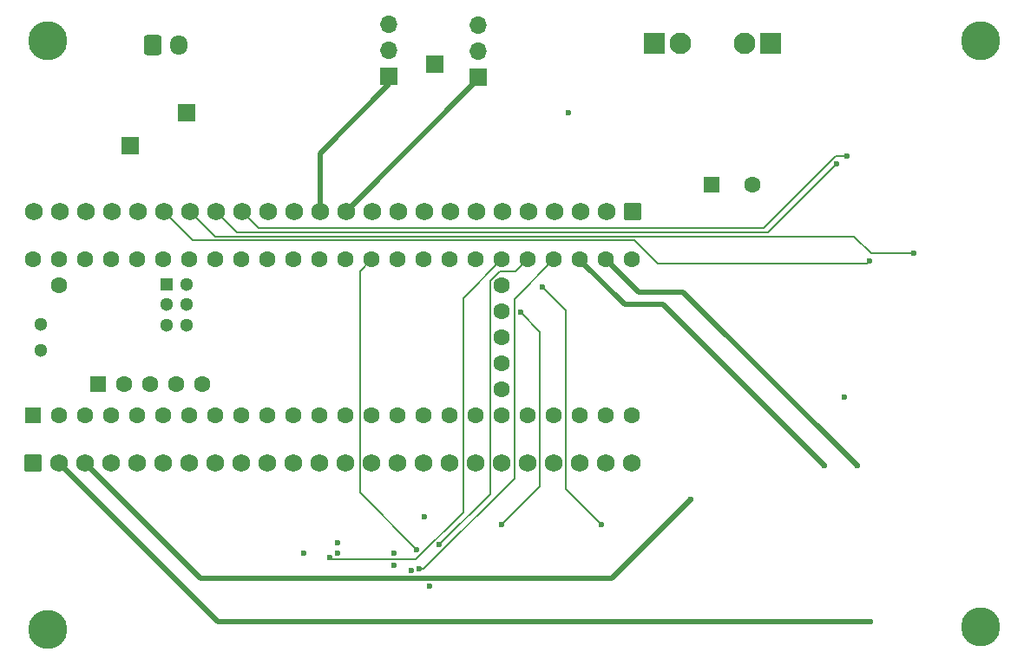
<source format=gbl>
G04 #@! TF.GenerationSoftware,KiCad,Pcbnew,8.0.5*
G04 #@! TF.CreationDate,2025-03-10T17:55:26-07:00*
G04 #@! TF.ProjectId,flightcomputerv1,666c6967-6874-4636-9f6d-707574657276,rev?*
G04 #@! TF.SameCoordinates,Original*
G04 #@! TF.FileFunction,Copper,L4,Bot*
G04 #@! TF.FilePolarity,Positive*
%FSLAX46Y46*%
G04 Gerber Fmt 4.6, Leading zero omitted, Abs format (unit mm)*
G04 Created by KiCad (PCBNEW 8.0.5) date 2025-03-10 17:55:26*
%MOMM*%
%LPD*%
G01*
G04 APERTURE LIST*
G04 Aperture macros list*
%AMRoundRect*
0 Rectangle with rounded corners*
0 $1 Rounding radius*
0 $2 $3 $4 $5 $6 $7 $8 $9 X,Y pos of 4 corners*
0 Add a 4 corners polygon primitive as box body*
4,1,4,$2,$3,$4,$5,$6,$7,$8,$9,$2,$3,0*
0 Add four circle primitives for the rounded corners*
1,1,$1+$1,$2,$3*
1,1,$1+$1,$4,$5*
1,1,$1+$1,$6,$7*
1,1,$1+$1,$8,$9*
0 Add four rect primitives between the rounded corners*
20,1,$1+$1,$2,$3,$4,$5,0*
20,1,$1+$1,$4,$5,$6,$7,0*
20,1,$1+$1,$6,$7,$8,$9,0*
20,1,$1+$1,$8,$9,$2,$3,0*%
G04 Aperture macros list end*
G04 #@! TA.AperFunction,ComponentPad*
%ADD10R,1.700000X1.700000*%
G04 #@! TD*
G04 #@! TA.AperFunction,ComponentPad*
%ADD11O,1.700000X1.700000*%
G04 #@! TD*
G04 #@! TA.AperFunction,ComponentPad*
%ADD12C,2.100000*%
G04 #@! TD*
G04 #@! TA.AperFunction,ComponentPad*
%ADD13R,2.100000X2.100000*%
G04 #@! TD*
G04 #@! TA.AperFunction,ComponentPad*
%ADD14C,3.800000*%
G04 #@! TD*
G04 #@! TA.AperFunction,ComponentPad*
%ADD15R,1.600000X1.600000*%
G04 #@! TD*
G04 #@! TA.AperFunction,ComponentPad*
%ADD16C,1.600000*%
G04 #@! TD*
G04 #@! TA.AperFunction,ComponentPad*
%ADD17R,1.300000X1.300000*%
G04 #@! TD*
G04 #@! TA.AperFunction,ComponentPad*
%ADD18C,1.300000*%
G04 #@! TD*
G04 #@! TA.AperFunction,ComponentPad*
%ADD19RoundRect,0.250000X0.620000X0.620000X-0.620000X0.620000X-0.620000X-0.620000X0.620000X-0.620000X0*%
G04 #@! TD*
G04 #@! TA.AperFunction,ComponentPad*
%ADD20C,1.740000*%
G04 #@! TD*
G04 #@! TA.AperFunction,ComponentPad*
%ADD21RoundRect,0.250000X-0.600000X-0.725000X0.600000X-0.725000X0.600000X0.725000X-0.600000X0.725000X0*%
G04 #@! TD*
G04 #@! TA.AperFunction,ComponentPad*
%ADD22O,1.700000X1.950000*%
G04 #@! TD*
G04 #@! TA.AperFunction,ComponentPad*
%ADD23RoundRect,0.250000X-0.620000X-0.620000X0.620000X-0.620000X0.620000X0.620000X-0.620000X0.620000X0*%
G04 #@! TD*
G04 #@! TA.AperFunction,ViaPad*
%ADD24C,0.600000*%
G04 #@! TD*
G04 #@! TA.AperFunction,Conductor*
%ADD25C,0.200000*%
G04 #@! TD*
G04 #@! TA.AperFunction,Conductor*
%ADD26C,0.500000*%
G04 #@! TD*
G04 APERTURE END LIST*
D10*
X91500000Y-66000000D03*
X61750000Y-74000000D03*
X67250000Y-70750000D03*
X95750000Y-67290000D03*
D11*
X95750000Y-64750000D03*
X95750000Y-62210000D03*
D10*
X87000000Y-67250000D03*
D11*
X87000000Y-64710000D03*
X87000000Y-62170000D03*
D12*
X115500000Y-64000000D03*
D13*
X112960000Y-64000000D03*
D14*
X144750000Y-121000000D03*
D15*
X118500000Y-77750000D03*
D16*
X122500000Y-77750000D03*
D14*
X53750000Y-63750000D03*
D15*
X52324590Y-100302931D03*
D16*
X54864590Y-100302931D03*
X57404590Y-100302931D03*
X59944590Y-100302931D03*
X62484590Y-100302931D03*
X65024590Y-100302931D03*
X67564590Y-100302931D03*
X70104590Y-100302931D03*
X72644590Y-100302931D03*
X75184590Y-100302931D03*
X77724590Y-100302931D03*
X80264590Y-100302931D03*
X82804590Y-100302931D03*
X85344590Y-100302931D03*
X87884590Y-100302931D03*
X90424590Y-100302931D03*
X92964590Y-100302931D03*
X95504590Y-100302931D03*
X98044590Y-100302931D03*
X100584590Y-100302931D03*
X103124590Y-100302931D03*
X105664590Y-100302931D03*
X108204590Y-100302931D03*
X110744590Y-100302931D03*
X110744590Y-85062931D03*
X108204590Y-85062931D03*
X105664590Y-85062931D03*
X103124590Y-85062931D03*
X100584590Y-85062931D03*
X98044590Y-85062931D03*
X95504590Y-85062931D03*
X92964590Y-85062931D03*
X90424590Y-85062931D03*
X87884590Y-85062931D03*
X85344590Y-85062931D03*
X82804590Y-85062931D03*
X80264590Y-85062931D03*
X77724590Y-85062931D03*
X75184590Y-85062931D03*
X72644590Y-85062931D03*
X70104590Y-85062931D03*
X67564590Y-85062931D03*
X65024590Y-85062931D03*
X62484590Y-85062931D03*
X59944590Y-85062931D03*
X57404590Y-85062931D03*
X54864590Y-85062931D03*
X52324590Y-85062931D03*
X54864590Y-87602931D03*
X98044590Y-97762931D03*
X98044590Y-95222931D03*
X98044590Y-92682931D03*
X98044590Y-90142931D03*
X98044590Y-87602931D03*
D15*
X58623790Y-97252131D03*
D16*
X61163790Y-97252131D03*
X63703790Y-97252131D03*
X66243790Y-97252131D03*
X68783790Y-97252131D03*
D17*
X65294590Y-87501331D03*
D18*
X65294590Y-89501331D03*
X65294590Y-91501331D03*
X67294590Y-91501331D03*
X67294590Y-89501331D03*
X67294590Y-87501331D03*
X53054590Y-91412931D03*
X53054590Y-93952931D03*
D19*
X110764590Y-80382931D03*
D20*
X108224590Y-80382931D03*
X105684590Y-80382931D03*
X103144590Y-80382931D03*
X100604590Y-80382931D03*
X98064590Y-80382931D03*
X95524590Y-80382931D03*
X92984590Y-80382931D03*
X90444590Y-80382931D03*
X87904590Y-80382931D03*
X85364590Y-80382931D03*
X82824590Y-80382931D03*
X80284590Y-80382931D03*
X77744590Y-80382931D03*
X75204590Y-80382931D03*
X72664590Y-80382931D03*
X70124590Y-80382931D03*
X67584590Y-80382931D03*
X65044590Y-80382931D03*
X62504590Y-80382931D03*
X59964590Y-80382931D03*
X57424590Y-80382931D03*
X54884590Y-80382931D03*
X52344590Y-80382931D03*
D14*
X144750000Y-63750000D03*
D21*
X63984590Y-64145431D03*
D22*
X66484590Y-64145431D03*
D14*
X53750000Y-121250000D03*
D13*
X124270000Y-64000000D03*
D12*
X121730000Y-64000000D03*
D23*
X52330000Y-105000000D03*
D20*
X54870000Y-105000000D03*
X57410000Y-105000000D03*
X59950000Y-105000000D03*
X62490000Y-105000000D03*
X65030000Y-105000000D03*
X67570000Y-105000000D03*
X70110000Y-105000000D03*
X72650000Y-105000000D03*
X75190000Y-105000000D03*
X77730000Y-105000000D03*
X80270000Y-105000000D03*
X82810000Y-105000000D03*
X85350000Y-105000000D03*
X87890000Y-105000000D03*
X90430000Y-105000000D03*
X92970000Y-105000000D03*
X95510000Y-105000000D03*
X98050000Y-105000000D03*
X100590000Y-105000000D03*
X103130000Y-105000000D03*
X105670000Y-105000000D03*
X108210000Y-105000000D03*
X110750000Y-105000000D03*
D24*
X89225045Y-115500001D03*
X131500000Y-98500000D03*
X107750000Y-111000000D03*
X102000000Y-87750000D03*
X98000000Y-111000000D03*
X99850000Y-90250000D03*
X104500000Y-70750000D03*
X81250000Y-114157931D03*
X91000000Y-117000000D03*
X90500000Y-110182931D03*
X87500000Y-114982931D03*
X87500000Y-113750000D03*
X78750000Y-113750000D03*
X82000000Y-112750000D03*
X82000000Y-113750000D03*
X138250000Y-84500000D03*
X91899786Y-112966786D03*
X90008983Y-115340487D03*
X134000000Y-120500000D03*
X133950000Y-85250000D03*
X131715410Y-74965410D03*
X130715410Y-75750000D03*
X116500000Y-108500000D03*
X132750000Y-105250000D03*
X129500000Y-105250000D03*
X89749497Y-113412931D03*
D25*
X98000000Y-111000000D02*
X101760000Y-107240000D01*
X101760000Y-107240000D02*
X101760000Y-92160000D01*
X101760000Y-92160000D02*
X99850000Y-90250000D01*
X104300000Y-107550000D02*
X107750000Y-111000000D01*
X102000000Y-87750000D02*
X104300000Y-90050000D01*
X104300000Y-90050000D02*
X104300000Y-107550000D01*
D26*
X82824590Y-80382931D02*
X95750000Y-67457521D01*
X95750000Y-67457521D02*
X95750000Y-67290000D01*
X80284590Y-80382931D02*
X80284590Y-74715410D01*
X80284590Y-74715410D02*
X87000000Y-68000000D01*
X87000000Y-68000000D02*
X87000000Y-67250000D01*
D25*
X94250000Y-88857521D02*
X98044590Y-85062931D01*
X94250000Y-109760957D02*
X94250000Y-88857521D01*
X81250000Y-114157931D02*
X81442069Y-114350000D01*
X81442069Y-114350000D02*
X89660957Y-114350000D01*
X89660957Y-114350000D02*
X94250000Y-109760957D01*
X138250000Y-84500000D02*
X134048529Y-84500000D01*
X134048529Y-84500000D02*
X132398529Y-82850000D01*
X132398529Y-82850000D02*
X70051659Y-82850000D01*
X70051659Y-82850000D02*
X67584590Y-80382931D01*
X131715410Y-74965410D02*
X130651471Y-74965410D01*
X123566881Y-82050000D02*
X74331659Y-82050000D01*
X130651471Y-74965410D02*
X123566881Y-82050000D01*
X74331659Y-82050000D02*
X72664590Y-80382931D01*
X130715410Y-75750000D02*
X124015410Y-82450000D01*
X72191659Y-82450000D02*
X70124590Y-80382931D01*
X124015410Y-82450000D02*
X72191659Y-82450000D01*
X133950000Y-85250000D02*
X133700000Y-85500000D01*
X133700000Y-85500000D02*
X113250000Y-85500000D01*
X113250000Y-85500000D02*
X111000000Y-83250000D01*
X67911659Y-83250000D02*
X65044590Y-80382931D01*
X111000000Y-83250000D02*
X67911659Y-83250000D01*
X90008983Y-115340487D02*
X90409513Y-115340487D01*
X90409513Y-115340487D02*
X99250000Y-106500000D01*
X99250000Y-106500000D02*
X99250000Y-88937521D01*
X99250000Y-88937521D02*
X103124590Y-85062931D01*
X96880000Y-107986572D02*
X96880000Y-87211886D01*
X96880000Y-87211886D02*
X97841886Y-86250000D01*
X99397521Y-86250000D02*
X100584590Y-85062931D01*
X91899786Y-112966786D02*
X96880000Y-107986572D01*
X97841886Y-86250000D02*
X99397521Y-86250000D01*
X89749497Y-113412931D02*
X84180000Y-107843434D01*
X84180000Y-107843434D02*
X84180000Y-86227521D01*
X84180000Y-86227521D02*
X85344590Y-85062931D01*
D26*
X70370000Y-120500000D02*
X54870000Y-105000000D01*
X134000000Y-120500000D02*
X70370000Y-120500000D01*
X116500000Y-108500000D02*
X108750000Y-116250000D01*
X108750000Y-116250000D02*
X68660000Y-116250000D01*
X68660000Y-116250000D02*
X57410000Y-105000000D01*
X129500000Y-105250000D02*
X113750000Y-89500000D01*
X113750000Y-89500000D02*
X110000000Y-89500000D01*
X110000000Y-89500000D02*
X105664590Y-85164590D01*
X105664590Y-85164590D02*
X105664590Y-85062931D01*
X132750000Y-105250000D02*
X115750000Y-88250000D01*
X115750000Y-88250000D02*
X111391659Y-88250000D01*
X111391659Y-88250000D02*
X108204590Y-85062931D01*
M02*

</source>
